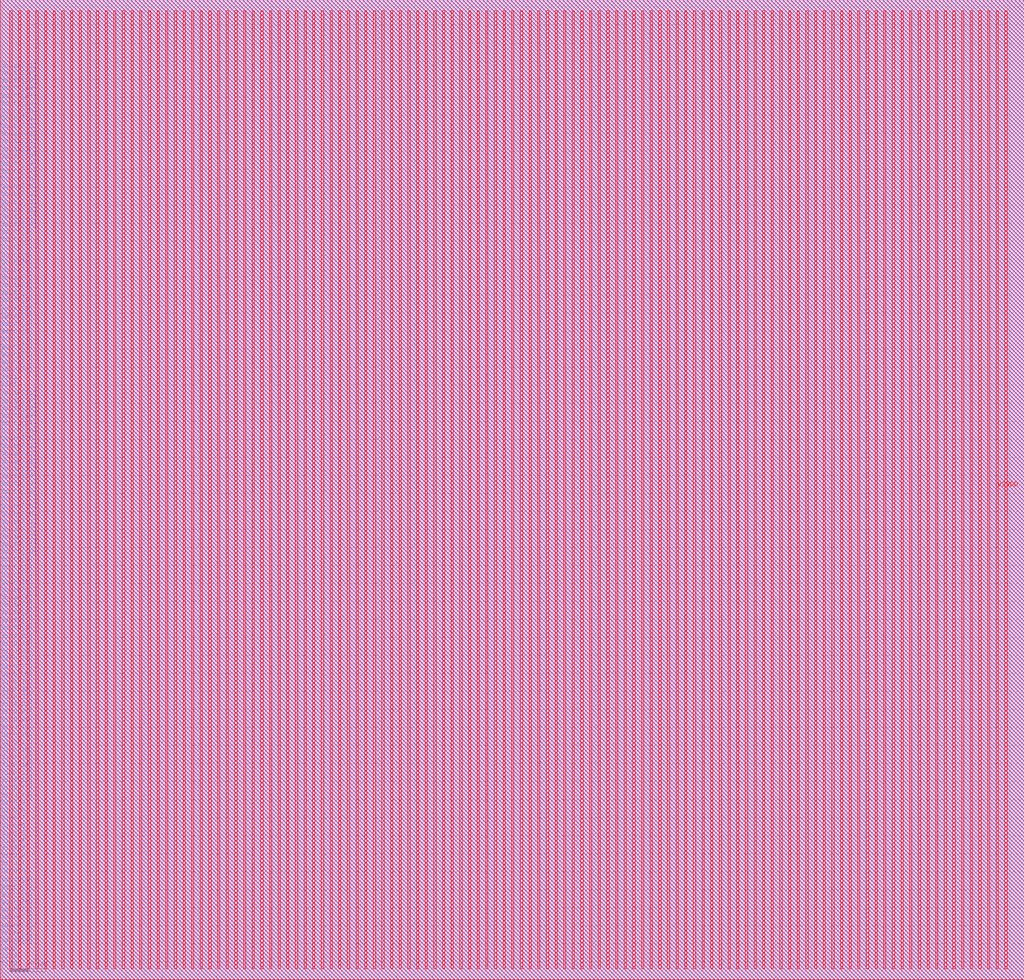
<source format=lef>
VERSION 5.7 ;
BUSBITCHARS "[]" ;
MACRO liteeth_32x384_32_sram
  FOREIGN liteeth_32x384_32_sram 0 0 ;
  SYMMETRY X Y R90 ;
  SIZE 568.100 BY 544.000 ;
  CLASS BLOCK ;
  PIN clk0
    DIRECTION INPUT ;
    USE SIGNAL ;
    SHAPE ABUTMENT ;
    PORT
      LAYER met3 ;
      RECT 0.000 5.850 0.800 6.150 ;
    END
  END clk0
  PIN csb0
    DIRECTION INPUT ;
    USE SIGNAL ;
    SHAPE ABUTMENT ;
    PORT
      LAYER met3 ;
      RECT 0.000 10.050 0.800 10.350 ;
    END
  END csb0
  PIN web0
    DIRECTION INPUT ;
    USE SIGNAL ;
    SHAPE ABUTMENT ;
    PORT
      LAYER met3 ;
      RECT 0.000 14.250 0.800 14.550 ;
    END
  END web0
  PIN addr0[0]
    DIRECTION INPUT ;
    USE SIGNAL ;
    SHAPE ABUTMENT ;
    PORT
      LAYER met3 ;
      RECT 0.000 19.050 0.800 19.350 ;
    END
  END addr0[0]
  PIN addr0[1]
    DIRECTION INPUT ;
    USE SIGNAL ;
    SHAPE ABUTMENT ;
    PORT
      LAYER met3 ;
      RECT 0.000 23.250 0.800 23.550 ;
    END
  END addr0[1]
  PIN addr0[2]
    DIRECTION INPUT ;
    USE SIGNAL ;
    SHAPE ABUTMENT ;
    PORT
      LAYER met3 ;
      RECT 0.000 27.450 0.800 27.750 ;
    END
  END addr0[2]
  PIN addr0[3]
    DIRECTION INPUT ;
    USE SIGNAL ;
    SHAPE ABUTMENT ;
    PORT
      LAYER met3 ;
      RECT 0.000 31.650 0.800 31.950 ;
    END
  END addr0[3]
  PIN addr0[4]
    DIRECTION INPUT ;
    USE SIGNAL ;
    SHAPE ABUTMENT ;
    PORT
      LAYER met3 ;
      RECT 0.000 35.850 0.800 36.150 ;
    END
  END addr0[4]
  PIN addr0[5]
    DIRECTION INPUT ;
    USE SIGNAL ;
    SHAPE ABUTMENT ;
    PORT
      LAYER met3 ;
      RECT 0.000 40.050 0.800 40.350 ;
    END
  END addr0[5]
  PIN addr0[6]
    DIRECTION INPUT ;
    USE SIGNAL ;
    SHAPE ABUTMENT ;
    PORT
      LAYER met3 ;
      RECT 0.000 44.250 0.800 44.550 ;
    END
  END addr0[6]
  PIN addr0[7]
    DIRECTION INPUT ;
    USE SIGNAL ;
    SHAPE ABUTMENT ;
    PORT
      LAYER met3 ;
      RECT 0.000 48.450 0.800 48.750 ;
    END
  END addr0[7]
  PIN addr0[8]
    DIRECTION INPUT ;
    USE SIGNAL ;
    SHAPE ABUTMENT ;
    PORT
      LAYER met3 ;
      RECT 0.000 52.650 0.800 52.950 ;
    END
  END addr0[8]
  PIN din0[0]
    DIRECTION INPUT ;
    USE SIGNAL ;
    SHAPE ABUTMENT ;
    PORT
      LAYER met3 ;
      RECT 0.000 57.450 0.800 57.750 ;
    END
  END din0[0]
  PIN din0[1]
    DIRECTION INPUT ;
    USE SIGNAL ;
    SHAPE ABUTMENT ;
    PORT
      LAYER met3 ;
      RECT 0.000 61.650 0.800 61.950 ;
    END
  END din0[1]
  PIN din0[2]
    DIRECTION INPUT ;
    USE SIGNAL ;
    SHAPE ABUTMENT ;
    PORT
      LAYER met3 ;
      RECT 0.000 65.850 0.800 66.150 ;
    END
  END din0[2]
  PIN din0[3]
    DIRECTION INPUT ;
    USE SIGNAL ;
    SHAPE ABUTMENT ;
    PORT
      LAYER met3 ;
      RECT 0.000 70.050 0.800 70.350 ;
    END
  END din0[3]
  PIN din0[4]
    DIRECTION INPUT ;
    USE SIGNAL ;
    SHAPE ABUTMENT ;
    PORT
      LAYER met3 ;
      RECT 0.000 74.250 0.800 74.550 ;
    END
  END din0[4]
  PIN din0[5]
    DIRECTION INPUT ;
    USE SIGNAL ;
    SHAPE ABUTMENT ;
    PORT
      LAYER met3 ;
      RECT 0.000 78.450 0.800 78.750 ;
    END
  END din0[5]
  PIN din0[6]
    DIRECTION INPUT ;
    USE SIGNAL ;
    SHAPE ABUTMENT ;
    PORT
      LAYER met3 ;
      RECT 0.000 82.650 0.800 82.950 ;
    END
  END din0[6]
  PIN din0[7]
    DIRECTION INPUT ;
    USE SIGNAL ;
    SHAPE ABUTMENT ;
    PORT
      LAYER met3 ;
      RECT 0.000 86.850 0.800 87.150 ;
    END
  END din0[7]
  PIN din0[8]
    DIRECTION INPUT ;
    USE SIGNAL ;
    SHAPE ABUTMENT ;
    PORT
      LAYER met3 ;
      RECT 0.000 91.050 0.800 91.350 ;
    END
  END din0[8]
  PIN din0[9]
    DIRECTION INPUT ;
    USE SIGNAL ;
    SHAPE ABUTMENT ;
    PORT
      LAYER met3 ;
      RECT 0.000 95.250 0.800 95.550 ;
    END
  END din0[9]
  PIN din0[10]
    DIRECTION INPUT ;
    USE SIGNAL ;
    SHAPE ABUTMENT ;
    PORT
      LAYER met3 ;
      RECT 0.000 99.450 0.800 99.750 ;
    END
  END din0[10]
  PIN din0[11]
    DIRECTION INPUT ;
    USE SIGNAL ;
    SHAPE ABUTMENT ;
    PORT
      LAYER met3 ;
      RECT 0.000 103.650 0.800 103.950 ;
    END
  END din0[11]
  PIN din0[12]
    DIRECTION INPUT ;
    USE SIGNAL ;
    SHAPE ABUTMENT ;
    PORT
      LAYER met3 ;
      RECT 0.000 107.850 0.800 108.150 ;
    END
  END din0[12]
  PIN din0[13]
    DIRECTION INPUT ;
    USE SIGNAL ;
    SHAPE ABUTMENT ;
    PORT
      LAYER met3 ;
      RECT 0.000 112.050 0.800 112.350 ;
    END
  END din0[13]
  PIN din0[14]
    DIRECTION INPUT ;
    USE SIGNAL ;
    SHAPE ABUTMENT ;
    PORT
      LAYER met3 ;
      RECT 0.000 116.250 0.800 116.550 ;
    END
  END din0[14]
  PIN din0[15]
    DIRECTION INPUT ;
    USE SIGNAL ;
    SHAPE ABUTMENT ;
    PORT
      LAYER met3 ;
      RECT 0.000 120.450 0.800 120.750 ;
    END
  END din0[15]
  PIN din0[16]
    DIRECTION INPUT ;
    USE SIGNAL ;
    SHAPE ABUTMENT ;
    PORT
      LAYER met3 ;
      RECT 0.000 124.650 0.800 124.950 ;
    END
  END din0[16]
  PIN din0[17]
    DIRECTION INPUT ;
    USE SIGNAL ;
    SHAPE ABUTMENT ;
    PORT
      LAYER met3 ;
      RECT 0.000 128.850 0.800 129.150 ;
    END
  END din0[17]
  PIN din0[18]
    DIRECTION INPUT ;
    USE SIGNAL ;
    SHAPE ABUTMENT ;
    PORT
      LAYER met3 ;
      RECT 0.000 133.050 0.800 133.350 ;
    END
  END din0[18]
  PIN din0[19]
    DIRECTION INPUT ;
    USE SIGNAL ;
    SHAPE ABUTMENT ;
    PORT
      LAYER met3 ;
      RECT 0.000 137.250 0.800 137.550 ;
    END
  END din0[19]
  PIN din0[20]
    DIRECTION INPUT ;
    USE SIGNAL ;
    SHAPE ABUTMENT ;
    PORT
      LAYER met3 ;
      RECT 0.000 141.450 0.800 141.750 ;
    END
  END din0[20]
  PIN din0[21]
    DIRECTION INPUT ;
    USE SIGNAL ;
    SHAPE ABUTMENT ;
    PORT
      LAYER met3 ;
      RECT 0.000 145.650 0.800 145.950 ;
    END
  END din0[21]
  PIN din0[22]
    DIRECTION INPUT ;
    USE SIGNAL ;
    SHAPE ABUTMENT ;
    PORT
      LAYER met3 ;
      RECT 0.000 149.850 0.800 150.150 ;
    END
  END din0[22]
  PIN din0[23]
    DIRECTION INPUT ;
    USE SIGNAL ;
    SHAPE ABUTMENT ;
    PORT
      LAYER met3 ;
      RECT 0.000 154.050 0.800 154.350 ;
    END
  END din0[23]
  PIN din0[24]
    DIRECTION INPUT ;
    USE SIGNAL ;
    SHAPE ABUTMENT ;
    PORT
      LAYER met3 ;
      RECT 0.000 158.250 0.800 158.550 ;
    END
  END din0[24]
  PIN din0[25]
    DIRECTION INPUT ;
    USE SIGNAL ;
    SHAPE ABUTMENT ;
    PORT
      LAYER met3 ;
      RECT 0.000 162.450 0.800 162.750 ;
    END
  END din0[25]
  PIN din0[26]
    DIRECTION INPUT ;
    USE SIGNAL ;
    SHAPE ABUTMENT ;
    PORT
      LAYER met3 ;
      RECT 0.000 166.650 0.800 166.950 ;
    END
  END din0[26]
  PIN din0[27]
    DIRECTION INPUT ;
    USE SIGNAL ;
    SHAPE ABUTMENT ;
    PORT
      LAYER met3 ;
      RECT 0.000 170.850 0.800 171.150 ;
    END
  END din0[27]
  PIN din0[28]
    DIRECTION INPUT ;
    USE SIGNAL ;
    SHAPE ABUTMENT ;
    PORT
      LAYER met3 ;
      RECT 0.000 175.050 0.800 175.350 ;
    END
  END din0[28]
  PIN din0[29]
    DIRECTION INPUT ;
    USE SIGNAL ;
    SHAPE ABUTMENT ;
    PORT
      LAYER met3 ;
      RECT 0.000 179.250 0.800 179.550 ;
    END
  END din0[29]
  PIN din0[30]
    DIRECTION INPUT ;
    USE SIGNAL ;
    SHAPE ABUTMENT ;
    PORT
      LAYER met3 ;
      RECT 0.000 183.450 0.800 183.750 ;
    END
  END din0[30]
  PIN din0[31]
    DIRECTION INPUT ;
    USE SIGNAL ;
    SHAPE ABUTMENT ;
    PORT
      LAYER met3 ;
      RECT 0.000 187.650 0.800 187.950 ;
    END
  END din0[31]
  PIN dout0[0]
    DIRECTION OUTPUT ;
    USE SIGNAL ;
    SHAPE ABUTMENT ;
    PORT
      LAYER met3 ;
      RECT 0.000 192.450 0.800 192.750 ;
    END
  END dout0[0]
  PIN dout0[1]
    DIRECTION OUTPUT ;
    USE SIGNAL ;
    SHAPE ABUTMENT ;
    PORT
      LAYER met3 ;
      RECT 0.000 196.650 0.800 196.950 ;
    END
  END dout0[1]
  PIN dout0[2]
    DIRECTION OUTPUT ;
    USE SIGNAL ;
    SHAPE ABUTMENT ;
    PORT
      LAYER met3 ;
      RECT 0.000 200.850 0.800 201.150 ;
    END
  END dout0[2]
  PIN dout0[3]
    DIRECTION OUTPUT ;
    USE SIGNAL ;
    SHAPE ABUTMENT ;
    PORT
      LAYER met3 ;
      RECT 0.000 205.050 0.800 205.350 ;
    END
  END dout0[3]
  PIN dout0[4]
    DIRECTION OUTPUT ;
    USE SIGNAL ;
    SHAPE ABUTMENT ;
    PORT
      LAYER met3 ;
      RECT 0.000 209.250 0.800 209.550 ;
    END
  END dout0[4]
  PIN dout0[5]
    DIRECTION OUTPUT ;
    USE SIGNAL ;
    SHAPE ABUTMENT ;
    PORT
      LAYER met3 ;
      RECT 0.000 213.450 0.800 213.750 ;
    END
  END dout0[5]
  PIN dout0[6]
    DIRECTION OUTPUT ;
    USE SIGNAL ;
    SHAPE ABUTMENT ;
    PORT
      LAYER met3 ;
      RECT 0.000 217.650 0.800 217.950 ;
    END
  END dout0[6]
  PIN dout0[7]
    DIRECTION OUTPUT ;
    USE SIGNAL ;
    SHAPE ABUTMENT ;
    PORT
      LAYER met3 ;
      RECT 0.000 221.850 0.800 222.150 ;
    END
  END dout0[7]
  PIN dout0[8]
    DIRECTION OUTPUT ;
    USE SIGNAL ;
    SHAPE ABUTMENT ;
    PORT
      LAYER met3 ;
      RECT 0.000 226.050 0.800 226.350 ;
    END
  END dout0[8]
  PIN dout0[9]
    DIRECTION OUTPUT ;
    USE SIGNAL ;
    SHAPE ABUTMENT ;
    PORT
      LAYER met3 ;
      RECT 0.000 230.250 0.800 230.550 ;
    END
  END dout0[9]
  PIN dout0[10]
    DIRECTION OUTPUT ;
    USE SIGNAL ;
    SHAPE ABUTMENT ;
    PORT
      LAYER met3 ;
      RECT 0.000 234.450 0.800 234.750 ;
    END
  END dout0[10]
  PIN dout0[11]
    DIRECTION OUTPUT ;
    USE SIGNAL ;
    SHAPE ABUTMENT ;
    PORT
      LAYER met3 ;
      RECT 0.000 238.650 0.800 238.950 ;
    END
  END dout0[11]
  PIN dout0[12]
    DIRECTION OUTPUT ;
    USE SIGNAL ;
    SHAPE ABUTMENT ;
    PORT
      LAYER met3 ;
      RECT 0.000 242.850 0.800 243.150 ;
    END
  END dout0[12]
  PIN dout0[13]
    DIRECTION OUTPUT ;
    USE SIGNAL ;
    SHAPE ABUTMENT ;
    PORT
      LAYER met3 ;
      RECT 0.000 247.050 0.800 247.350 ;
    END
  END dout0[13]
  PIN dout0[14]
    DIRECTION OUTPUT ;
    USE SIGNAL ;
    SHAPE ABUTMENT ;
    PORT
      LAYER met3 ;
      RECT 0.000 251.250 0.800 251.550 ;
    END
  END dout0[14]
  PIN dout0[15]
    DIRECTION OUTPUT ;
    USE SIGNAL ;
    SHAPE ABUTMENT ;
    PORT
      LAYER met3 ;
      RECT 0.000 255.450 0.800 255.750 ;
    END
  END dout0[15]
  PIN dout0[16]
    DIRECTION OUTPUT ;
    USE SIGNAL ;
    SHAPE ABUTMENT ;
    PORT
      LAYER met3 ;
      RECT 0.000 259.650 0.800 259.950 ;
    END
  END dout0[16]
  PIN dout0[17]
    DIRECTION OUTPUT ;
    USE SIGNAL ;
    SHAPE ABUTMENT ;
    PORT
      LAYER met3 ;
      RECT 0.000 263.850 0.800 264.150 ;
    END
  END dout0[17]
  PIN dout0[18]
    DIRECTION OUTPUT ;
    USE SIGNAL ;
    SHAPE ABUTMENT ;
    PORT
      LAYER met3 ;
      RECT 0.000 268.050 0.800 268.350 ;
    END
  END dout0[18]
  PIN dout0[19]
    DIRECTION OUTPUT ;
    USE SIGNAL ;
    SHAPE ABUTMENT ;
    PORT
      LAYER met3 ;
      RECT 0.000 272.250 0.800 272.550 ;
    END
  END dout0[19]
  PIN dout0[20]
    DIRECTION OUTPUT ;
    USE SIGNAL ;
    SHAPE ABUTMENT ;
    PORT
      LAYER met3 ;
      RECT 0.000 276.450 0.800 276.750 ;
    END
  END dout0[20]
  PIN dout0[21]
    DIRECTION OUTPUT ;
    USE SIGNAL ;
    SHAPE ABUTMENT ;
    PORT
      LAYER met3 ;
      RECT 0.000 280.650 0.800 280.950 ;
    END
  END dout0[21]
  PIN dout0[22]
    DIRECTION OUTPUT ;
    USE SIGNAL ;
    SHAPE ABUTMENT ;
    PORT
      LAYER met3 ;
      RECT 0.000 284.850 0.800 285.150 ;
    END
  END dout0[22]
  PIN dout0[23]
    DIRECTION OUTPUT ;
    USE SIGNAL ;
    SHAPE ABUTMENT ;
    PORT
      LAYER met3 ;
      RECT 0.000 289.050 0.800 289.350 ;
    END
  END dout0[23]
  PIN dout0[24]
    DIRECTION OUTPUT ;
    USE SIGNAL ;
    SHAPE ABUTMENT ;
    PORT
      LAYER met3 ;
      RECT 0.000 293.250 0.800 293.550 ;
    END
  END dout0[24]
  PIN dout0[25]
    DIRECTION OUTPUT ;
    USE SIGNAL ;
    SHAPE ABUTMENT ;
    PORT
      LAYER met3 ;
      RECT 0.000 297.450 0.800 297.750 ;
    END
  END dout0[25]
  PIN dout0[26]
    DIRECTION OUTPUT ;
    USE SIGNAL ;
    SHAPE ABUTMENT ;
    PORT
      LAYER met3 ;
      RECT 0.000 301.650 0.800 301.950 ;
    END
  END dout0[26]
  PIN dout0[27]
    DIRECTION OUTPUT ;
    USE SIGNAL ;
    SHAPE ABUTMENT ;
    PORT
      LAYER met3 ;
      RECT 0.000 305.850 0.800 306.150 ;
    END
  END dout0[27]
  PIN dout0[28]
    DIRECTION OUTPUT ;
    USE SIGNAL ;
    SHAPE ABUTMENT ;
    PORT
      LAYER met3 ;
      RECT 0.000 310.050 0.800 310.350 ;
    END
  END dout0[28]
  PIN dout0[29]
    DIRECTION OUTPUT ;
    USE SIGNAL ;
    SHAPE ABUTMENT ;
    PORT
      LAYER met3 ;
      RECT 0.000 314.250 0.800 314.550 ;
    END
  END dout0[29]
  PIN dout0[30]
    DIRECTION OUTPUT ;
    USE SIGNAL ;
    SHAPE ABUTMENT ;
    PORT
      LAYER met3 ;
      RECT 0.000 318.450 0.800 318.750 ;
    END
  END dout0[30]
  PIN dout0[31]
    DIRECTION OUTPUT ;
    USE SIGNAL ;
    SHAPE ABUTMENT ;
    PORT
      LAYER met3 ;
      RECT 0.000 322.650 0.800 322.950 ;
    END
  END dout0[31]
  PIN clk1
    DIRECTION INPUT ;
    USE SIGNAL ;
    SHAPE ABUTMENT ;
    PORT
      LAYER met3 ;
      RECT 0.000 327.450 0.800 327.750 ;
    END
  END clk1
  PIN csb1
    DIRECTION INPUT ;
    USE SIGNAL ;
    SHAPE ABUTMENT ;
    PORT
      LAYER met3 ;
      RECT 0.000 331.650 0.800 331.950 ;
    END
  END csb1
  PIN addr1[0]
    DIRECTION INPUT ;
    USE SIGNAL ;
    SHAPE ABUTMENT ;
    PORT
      LAYER met3 ;
      RECT 0.000 335.850 0.800 336.150 ;
    END
  END addr1[0]
  PIN addr1[1]
    DIRECTION INPUT ;
    USE SIGNAL ;
    SHAPE ABUTMENT ;
    PORT
      LAYER met3 ;
      RECT 0.000 340.050 0.800 340.350 ;
    END
  END addr1[1]
  PIN addr1[2]
    DIRECTION INPUT ;
    USE SIGNAL ;
    SHAPE ABUTMENT ;
    PORT
      LAYER met3 ;
      RECT 0.000 344.250 0.800 344.550 ;
    END
  END addr1[2]
  PIN addr1[3]
    DIRECTION INPUT ;
    USE SIGNAL ;
    SHAPE ABUTMENT ;
    PORT
      LAYER met3 ;
      RECT 0.000 348.450 0.800 348.750 ;
    END
  END addr1[3]
  PIN addr1[4]
    DIRECTION INPUT ;
    USE SIGNAL ;
    SHAPE ABUTMENT ;
    PORT
      LAYER met3 ;
      RECT 0.000 352.650 0.800 352.950 ;
    END
  END addr1[4]
  PIN addr1[5]
    DIRECTION INPUT ;
    USE SIGNAL ;
    SHAPE ABUTMENT ;
    PORT
      LAYER met3 ;
      RECT 0.000 356.850 0.800 357.150 ;
    END
  END addr1[5]
  PIN addr1[6]
    DIRECTION INPUT ;
    USE SIGNAL ;
    SHAPE ABUTMENT ;
    PORT
      LAYER met3 ;
      RECT 0.000 361.050 0.800 361.350 ;
    END
  END addr1[6]
  PIN addr1[7]
    DIRECTION INPUT ;
    USE SIGNAL ;
    SHAPE ABUTMENT ;
    PORT
      LAYER met3 ;
      RECT 0.000 365.250 0.800 365.550 ;
    END
  END addr1[7]
  PIN addr1[8]
    DIRECTION INPUT ;
    USE SIGNAL ;
    SHAPE ABUTMENT ;
    PORT
      LAYER met3 ;
      RECT 0.000 369.450 0.800 369.750 ;
    END
  END addr1[8]
  PIN dout1[0]
    DIRECTION OUTPUT ;
    USE SIGNAL ;
    SHAPE ABUTMENT ;
    PORT
      LAYER met3 ;
      RECT 0.000 374.250 0.800 374.550 ;
    END
  END dout1[0]
  PIN dout1[1]
    DIRECTION OUTPUT ;
    USE SIGNAL ;
    SHAPE ABUTMENT ;
    PORT
      LAYER met3 ;
      RECT 0.000 378.450 0.800 378.750 ;
    END
  END dout1[1]
  PIN dout1[2]
    DIRECTION OUTPUT ;
    USE SIGNAL ;
    SHAPE ABUTMENT ;
    PORT
      LAYER met3 ;
      RECT 0.000 382.650 0.800 382.950 ;
    END
  END dout1[2]
  PIN dout1[3]
    DIRECTION OUTPUT ;
    USE SIGNAL ;
    SHAPE ABUTMENT ;
    PORT
      LAYER met3 ;
      RECT 0.000 386.850 0.800 387.150 ;
    END
  END dout1[3]
  PIN dout1[4]
    DIRECTION OUTPUT ;
    USE SIGNAL ;
    SHAPE ABUTMENT ;
    PORT
      LAYER met3 ;
      RECT 0.000 391.050 0.800 391.350 ;
    END
  END dout1[4]
  PIN dout1[5]
    DIRECTION OUTPUT ;
    USE SIGNAL ;
    SHAPE ABUTMENT ;
    PORT
      LAYER met3 ;
      RECT 0.000 395.250 0.800 395.550 ;
    END
  END dout1[5]
  PIN dout1[6]
    DIRECTION OUTPUT ;
    USE SIGNAL ;
    SHAPE ABUTMENT ;
    PORT
      LAYER met3 ;
      RECT 0.000 399.450 0.800 399.750 ;
    END
  END dout1[6]
  PIN dout1[7]
    DIRECTION OUTPUT ;
    USE SIGNAL ;
    SHAPE ABUTMENT ;
    PORT
      LAYER met3 ;
      RECT 0.000 403.650 0.800 403.950 ;
    END
  END dout1[7]
  PIN dout1[8]
    DIRECTION OUTPUT ;
    USE SIGNAL ;
    SHAPE ABUTMENT ;
    PORT
      LAYER met3 ;
      RECT 0.000 407.850 0.800 408.150 ;
    END
  END dout1[8]
  PIN dout1[9]
    DIRECTION OUTPUT ;
    USE SIGNAL ;
    SHAPE ABUTMENT ;
    PORT
      LAYER met3 ;
      RECT 0.000 412.050 0.800 412.350 ;
    END
  END dout1[9]
  PIN dout1[10]
    DIRECTION OUTPUT ;
    USE SIGNAL ;
    SHAPE ABUTMENT ;
    PORT
      LAYER met3 ;
      RECT 0.000 416.250 0.800 416.550 ;
    END
  END dout1[10]
  PIN dout1[11]
    DIRECTION OUTPUT ;
    USE SIGNAL ;
    SHAPE ABUTMENT ;
    PORT
      LAYER met3 ;
      RECT 0.000 420.450 0.800 420.750 ;
    END
  END dout1[11]
  PIN dout1[12]
    DIRECTION OUTPUT ;
    USE SIGNAL ;
    SHAPE ABUTMENT ;
    PORT
      LAYER met3 ;
      RECT 0.000 424.650 0.800 424.950 ;
    END
  END dout1[12]
  PIN dout1[13]
    DIRECTION OUTPUT ;
    USE SIGNAL ;
    SHAPE ABUTMENT ;
    PORT
      LAYER met3 ;
      RECT 0.000 428.850 0.800 429.150 ;
    END
  END dout1[13]
  PIN dout1[14]
    DIRECTION OUTPUT ;
    USE SIGNAL ;
    SHAPE ABUTMENT ;
    PORT
      LAYER met3 ;
      RECT 0.000 433.050 0.800 433.350 ;
    END
  END dout1[14]
  PIN dout1[15]
    DIRECTION OUTPUT ;
    USE SIGNAL ;
    SHAPE ABUTMENT ;
    PORT
      LAYER met3 ;
      RECT 0.000 437.250 0.800 437.550 ;
    END
  END dout1[15]
  PIN dout1[16]
    DIRECTION OUTPUT ;
    USE SIGNAL ;
    SHAPE ABUTMENT ;
    PORT
      LAYER met3 ;
      RECT 0.000 441.450 0.800 441.750 ;
    END
  END dout1[16]
  PIN dout1[17]
    DIRECTION OUTPUT ;
    USE SIGNAL ;
    SHAPE ABUTMENT ;
    PORT
      LAYER met3 ;
      RECT 0.000 445.650 0.800 445.950 ;
    END
  END dout1[17]
  PIN dout1[18]
    DIRECTION OUTPUT ;
    USE SIGNAL ;
    SHAPE ABUTMENT ;
    PORT
      LAYER met3 ;
      RECT 0.000 449.850 0.800 450.150 ;
    END
  END dout1[18]
  PIN dout1[19]
    DIRECTION OUTPUT ;
    USE SIGNAL ;
    SHAPE ABUTMENT ;
    PORT
      LAYER met3 ;
      RECT 0.000 454.050 0.800 454.350 ;
    END
  END dout1[19]
  PIN dout1[20]
    DIRECTION OUTPUT ;
    USE SIGNAL ;
    SHAPE ABUTMENT ;
    PORT
      LAYER met3 ;
      RECT 0.000 458.250 0.800 458.550 ;
    END
  END dout1[20]
  PIN dout1[21]
    DIRECTION OUTPUT ;
    USE SIGNAL ;
    SHAPE ABUTMENT ;
    PORT
      LAYER met3 ;
      RECT 0.000 462.450 0.800 462.750 ;
    END
  END dout1[21]
  PIN dout1[22]
    DIRECTION OUTPUT ;
    USE SIGNAL ;
    SHAPE ABUTMENT ;
    PORT
      LAYER met3 ;
      RECT 0.000 466.650 0.800 466.950 ;
    END
  END dout1[22]
  PIN dout1[23]
    DIRECTION OUTPUT ;
    USE SIGNAL ;
    SHAPE ABUTMENT ;
    PORT
      LAYER met3 ;
      RECT 0.000 470.850 0.800 471.150 ;
    END
  END dout1[23]
  PIN dout1[24]
    DIRECTION OUTPUT ;
    USE SIGNAL ;
    SHAPE ABUTMENT ;
    PORT
      LAYER met3 ;
      RECT 0.000 475.050 0.800 475.350 ;
    END
  END dout1[24]
  PIN dout1[25]
    DIRECTION OUTPUT ;
    USE SIGNAL ;
    SHAPE ABUTMENT ;
    PORT
      LAYER met3 ;
      RECT 0.000 479.250 0.800 479.550 ;
    END
  END dout1[25]
  PIN dout1[26]
    DIRECTION OUTPUT ;
    USE SIGNAL ;
    SHAPE ABUTMENT ;
    PORT
      LAYER met3 ;
      RECT 0.000 483.450 0.800 483.750 ;
    END
  END dout1[26]
  PIN dout1[27]
    DIRECTION OUTPUT ;
    USE SIGNAL ;
    SHAPE ABUTMENT ;
    PORT
      LAYER met3 ;
      RECT 0.000 487.650 0.800 487.950 ;
    END
  END dout1[27]
  PIN dout1[28]
    DIRECTION OUTPUT ;
    USE SIGNAL ;
    SHAPE ABUTMENT ;
    PORT
      LAYER met3 ;
      RECT 0.000 491.850 0.800 492.150 ;
    END
  END dout1[28]
  PIN dout1[29]
    DIRECTION OUTPUT ;
    USE SIGNAL ;
    SHAPE ABUTMENT ;
    PORT
      LAYER met3 ;
      RECT 0.000 496.050 0.800 496.350 ;
    END
  END dout1[29]
  PIN dout1[30]
    DIRECTION OUTPUT ;
    USE SIGNAL ;
    SHAPE ABUTMENT ;
    PORT
      LAYER met3 ;
      RECT 0.000 500.250 0.800 500.550 ;
    END
  END dout1[30]
  PIN dout1[31]
    DIRECTION OUTPUT ;
    USE SIGNAL ;
    SHAPE ABUTMENT ;
    PORT
      LAYER met3 ;
      RECT 0.000 504.450 0.800 504.750 ;
    END
  END dout1[31]
  PIN VSS
    DIRECTION INOUT ;
    USE GROUND ;
    PORT
      LAYER met4 ;
      RECT 5.400 6.000 6.600 538.000 ;
      RECT 15.000 6.000 16.200 538.000 ;
      RECT 24.600 6.000 25.800 538.000 ;
      RECT 34.200 6.000 35.400 538.000 ;
      RECT 43.800 6.000 45.000 538.000 ;
      RECT 53.400 6.000 54.600 538.000 ;
      RECT 63.000 6.000 64.200 538.000 ;
      RECT 72.600 6.000 73.800 538.000 ;
      RECT 82.200 6.000 83.400 538.000 ;
      RECT 91.800 6.000 93.000 538.000 ;
      RECT 101.400 6.000 102.600 538.000 ;
      RECT 111.000 6.000 112.200 538.000 ;
      RECT 120.600 6.000 121.800 538.000 ;
      RECT 130.200 6.000 131.400 538.000 ;
      RECT 139.800 6.000 141.000 538.000 ;
      RECT 149.400 6.000 150.600 538.000 ;
      RECT 159.000 6.000 160.200 538.000 ;
      RECT 168.600 6.000 169.800 538.000 ;
      RECT 178.200 6.000 179.400 538.000 ;
      RECT 187.800 6.000 189.000 538.000 ;
      RECT 197.400 6.000 198.600 538.000 ;
      RECT 207.000 6.000 208.200 538.000 ;
      RECT 216.600 6.000 217.800 538.000 ;
      RECT 226.200 6.000 227.400 538.000 ;
      RECT 235.800 6.000 237.000 538.000 ;
      RECT 245.400 6.000 246.600 538.000 ;
      RECT 255.000 6.000 256.200 538.000 ;
      RECT 264.600 6.000 265.800 538.000 ;
      RECT 274.200 6.000 275.400 538.000 ;
      RECT 283.800 6.000 285.000 538.000 ;
      RECT 293.400 6.000 294.600 538.000 ;
      RECT 303.000 6.000 304.200 538.000 ;
      RECT 312.600 6.000 313.800 538.000 ;
      RECT 322.200 6.000 323.400 538.000 ;
      RECT 331.800 6.000 333.000 538.000 ;
      RECT 341.400 6.000 342.600 538.000 ;
      RECT 351.000 6.000 352.200 538.000 ;
      RECT 360.600 6.000 361.800 538.000 ;
      RECT 370.200 6.000 371.400 538.000 ;
      RECT 379.800 6.000 381.000 538.000 ;
      RECT 389.400 6.000 390.600 538.000 ;
      RECT 399.000 6.000 400.200 538.000 ;
      RECT 408.600 6.000 409.800 538.000 ;
      RECT 418.200 6.000 419.400 538.000 ;
      RECT 427.800 6.000 429.000 538.000 ;
      RECT 437.400 6.000 438.600 538.000 ;
      RECT 447.000 6.000 448.200 538.000 ;
      RECT 456.600 6.000 457.800 538.000 ;
      RECT 466.200 6.000 467.400 538.000 ;
      RECT 475.800 6.000 477.000 538.000 ;
      RECT 485.400 6.000 486.600 538.000 ;
      RECT 495.000 6.000 496.200 538.000 ;
      RECT 504.600 6.000 505.800 538.000 ;
      RECT 514.200 6.000 515.400 538.000 ;
      RECT 523.800 6.000 525.000 538.000 ;
      RECT 533.400 6.000 534.600 538.000 ;
      RECT 543.000 6.000 544.200 538.000 ;
      RECT 552.600 6.000 553.800 538.000 ;
    END
  END VSS
  PIN VDD
    DIRECTION INOUT ;
    USE POWER ;
    PORT
      LAYER met4 ;
      RECT 10.200 6.000 11.400 538.000 ;
      RECT 19.800 6.000 21.000 538.000 ;
      RECT 29.400 6.000 30.600 538.000 ;
      RECT 39.000 6.000 40.200 538.000 ;
      RECT 48.600 6.000 49.800 538.000 ;
      RECT 58.200 6.000 59.400 538.000 ;
      RECT 67.800 6.000 69.000 538.000 ;
      RECT 77.400 6.000 78.600 538.000 ;
      RECT 87.000 6.000 88.200 538.000 ;
      RECT 96.600 6.000 97.800 538.000 ;
      RECT 106.200 6.000 107.400 538.000 ;
      RECT 115.800 6.000 117.000 538.000 ;
      RECT 125.400 6.000 126.600 538.000 ;
      RECT 135.000 6.000 136.200 538.000 ;
      RECT 144.600 6.000 145.800 538.000 ;
      RECT 154.200 6.000 155.400 538.000 ;
      RECT 163.800 6.000 165.000 538.000 ;
      RECT 173.400 6.000 174.600 538.000 ;
      RECT 183.000 6.000 184.200 538.000 ;
      RECT 192.600 6.000 193.800 538.000 ;
      RECT 202.200 6.000 203.400 538.000 ;
      RECT 211.800 6.000 213.000 538.000 ;
      RECT 221.400 6.000 222.600 538.000 ;
      RECT 231.000 6.000 232.200 538.000 ;
      RECT 240.600 6.000 241.800 538.000 ;
      RECT 250.200 6.000 251.400 538.000 ;
      RECT 259.800 6.000 261.000 538.000 ;
      RECT 269.400 6.000 270.600 538.000 ;
      RECT 279.000 6.000 280.200 538.000 ;
      RECT 288.600 6.000 289.800 538.000 ;
      RECT 298.200 6.000 299.400 538.000 ;
      RECT 307.800 6.000 309.000 538.000 ;
      RECT 317.400 6.000 318.600 538.000 ;
      RECT 327.000 6.000 328.200 538.000 ;
      RECT 336.600 6.000 337.800 538.000 ;
      RECT 346.200 6.000 347.400 538.000 ;
      RECT 355.800 6.000 357.000 538.000 ;
      RECT 365.400 6.000 366.600 538.000 ;
      RECT 375.000 6.000 376.200 538.000 ;
      RECT 384.600 6.000 385.800 538.000 ;
      RECT 394.200 6.000 395.400 538.000 ;
      RECT 403.800 6.000 405.000 538.000 ;
      RECT 413.400 6.000 414.600 538.000 ;
      RECT 423.000 6.000 424.200 538.000 ;
      RECT 432.600 6.000 433.800 538.000 ;
      RECT 442.200 6.000 443.400 538.000 ;
      RECT 451.800 6.000 453.000 538.000 ;
      RECT 461.400 6.000 462.600 538.000 ;
      RECT 471.000 6.000 472.200 538.000 ;
      RECT 480.600 6.000 481.800 538.000 ;
      RECT 490.200 6.000 491.400 538.000 ;
      RECT 499.800 6.000 501.000 538.000 ;
      RECT 509.400 6.000 510.600 538.000 ;
      RECT 519.000 6.000 520.200 538.000 ;
      RECT 528.600 6.000 529.800 538.000 ;
      RECT 538.200 6.000 539.400 538.000 ;
      RECT 547.800 6.000 549.000 538.000 ;
      RECT 557.400 6.000 558.600 538.000 ;
    END
  END VDD
  OBS
    LAYER met1 ;
    RECT 0 0 568.100 544.000 ;
    LAYER met2 ;
    RECT 0 0 568.100 544.000 ;
    LAYER met3 ;
    RECT 0.800 0 568.100 544.000 ;
    LAYER met4 ;
    RECT 0 0 568.100 544.000 ;
    LAYER OVERLAP ;
    RECT 0 0 568.100 544.000 ;
  END
END liteeth_32x384_32_sram

END LIBRARY

</source>
